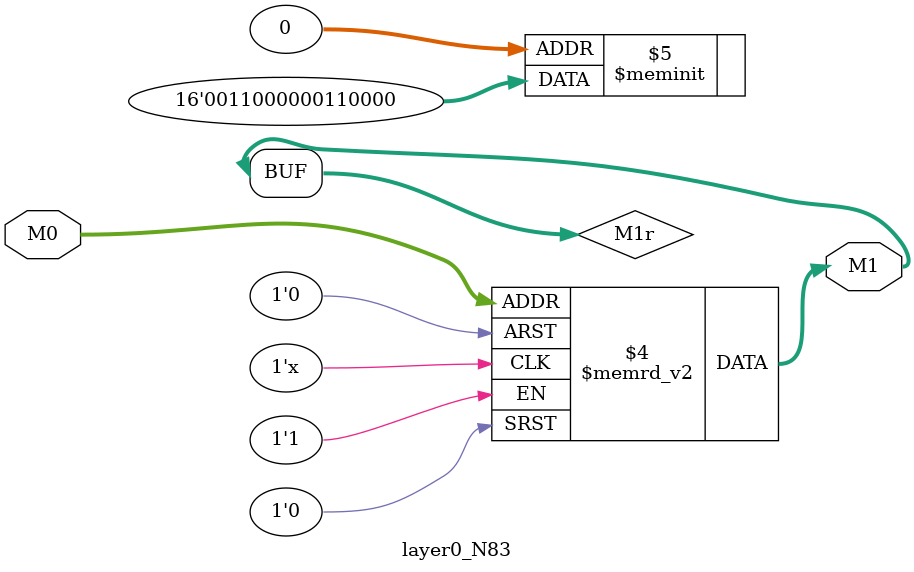
<source format=v>
module layer0_N83 ( input [2:0] M0, output [1:0] M1 );

	(*rom_style = "distributed" *) reg [1:0] M1r;
	assign M1 = M1r;
	always @ (M0) begin
		case (M0)
			3'b000: M1r = 2'b00;
			3'b100: M1r = 2'b00;
			3'b010: M1r = 2'b11;
			3'b110: M1r = 2'b11;
			3'b001: M1r = 2'b00;
			3'b101: M1r = 2'b00;
			3'b011: M1r = 2'b00;
			3'b111: M1r = 2'b00;

		endcase
	end
endmodule

</source>
